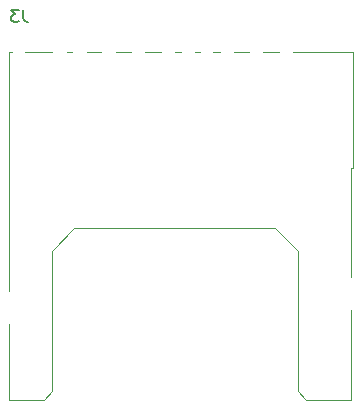
<source format=gbr>
%TF.GenerationSoftware,KiCad,Pcbnew,(6.0.1)*%
%TF.CreationDate,2022-03-24T11:58:16-04:00*%
%TF.ProjectId,FDC,4644432e-6b69-4636-9164-5f7063625858,rev?*%
%TF.SameCoordinates,Original*%
%TF.FileFunction,Legend,Bot*%
%TF.FilePolarity,Positive*%
%FSLAX46Y46*%
G04 Gerber Fmt 4.6, Leading zero omitted, Abs format (unit mm)*
G04 Created by KiCad (PCBNEW (6.0.1)) date 2022-03-24 11:58:16*
%MOMM*%
%LPD*%
G01*
G04 APERTURE LIST*
%ADD10C,0.150000*%
%ADD11C,0.120000*%
G04 APERTURE END LIST*
D10*
%TO.C,J3*%
X120780133Y-88415880D02*
X120780133Y-89130166D01*
X120827752Y-89273023D01*
X120922990Y-89368261D01*
X121065847Y-89415880D01*
X121161085Y-89415880D01*
X120399180Y-88415880D02*
X119780133Y-88415880D01*
X120113466Y-88796833D01*
X119970609Y-88796833D01*
X119875371Y-88844452D01*
X119827752Y-88892071D01*
X119780133Y-88987309D01*
X119780133Y-89225404D01*
X119827752Y-89320642D01*
X119875371Y-89368261D01*
X119970609Y-89415880D01*
X120256323Y-89415880D01*
X120351561Y-89368261D01*
X120399180Y-89320642D01*
D11*
X148704000Y-91995500D02*
X143604000Y-91995500D01*
X123204000Y-120695500D02*
X122504000Y-121395500D01*
X119604000Y-114995500D02*
X119604000Y-121395500D01*
X148704000Y-101795500D02*
X148704000Y-91995500D01*
X125104000Y-106895500D02*
X123204000Y-108795500D01*
X137404000Y-91995500D02*
X136864000Y-91995500D01*
X142104000Y-106895500D02*
X144004000Y-108795500D01*
X125104000Y-106895500D02*
X142104000Y-106895500D01*
X148504000Y-121395500D02*
X144704000Y-121395500D01*
X135704000Y-91995500D02*
X135304000Y-91995500D01*
X132404000Y-91995500D02*
X131104000Y-91995500D01*
X144004000Y-120695500D02*
X144004000Y-108795500D01*
X148504000Y-101795500D02*
X148504000Y-110995500D01*
X148504000Y-113795500D02*
X148504000Y-121395500D01*
X123204000Y-120695500D02*
X123204000Y-108795500D01*
X144004000Y-120695500D02*
X144704000Y-121395500D01*
X139904000Y-91995500D02*
X138604000Y-91995500D01*
X119604000Y-121395500D02*
X122504000Y-121395500D01*
X124904000Y-91995500D02*
X124504000Y-91995500D01*
X129904000Y-91995500D02*
X128604000Y-91995500D01*
X119604000Y-91995500D02*
X119604000Y-112195500D01*
X134104000Y-91995500D02*
X133604000Y-91995500D01*
X142404000Y-91995500D02*
X141104000Y-91995500D01*
X127404000Y-91995500D02*
X126204000Y-91995500D01*
X119804000Y-91995500D02*
X119604000Y-91995500D01*
X123204000Y-91995500D02*
X120904000Y-91995500D01*
X148504000Y-101795500D02*
X148704000Y-101795500D01*
%TD*%
M02*

</source>
